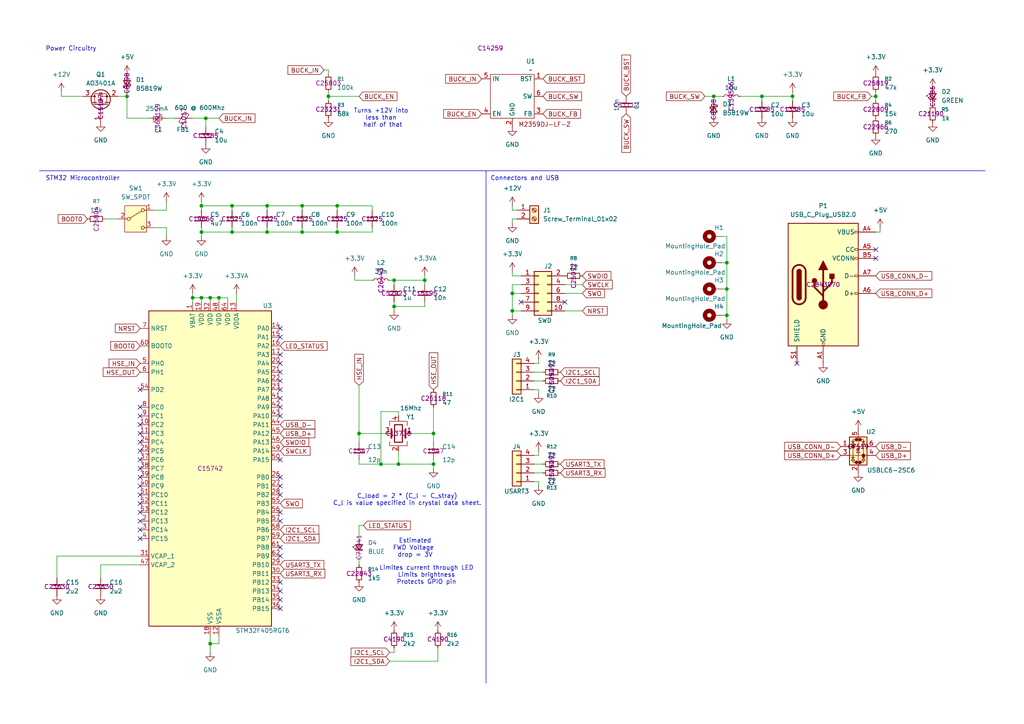
<source format=kicad_sch>
(kicad_sch (version 20250114) (generator "eeschema") (generator_version "9.0")
  (paper "A4")
  (title_block (title "STM32F4 Test Board") (date "2025-04-26") (rev "1.0") (company "KuRo") (comment 1 "Phil's Lab #11"))
  (text "Estimated\nFWD Voltage \ndrop = 3V" (at 120.396 159.004 0) (effects (font (size 1.27 1.27))))
  (text "STM32 Microcontroller" (at 13.208 51.816 0) (effects (font (size 1.27 1.27)) (justify left)))
  (text "Connectors and USB\n" (at 142.24 51.816 0) (effects (font (size 1.27 1.27)) (justify left)))
  (text "Turns +12V into \nless than \nhalf of that" (at 110.998 34.29 0) (effects (font (size 1.27 1.27))))
  (text "Power Circuitry" (at 13.208 14.224 0) (effects (font (size 1.27 1.27)) (justify left)))
  (text "C_load = 2 * (C_l - C_stray)\nC_l is value specified in crystal data sheet." (at 118.11 145.034 0) (effects (font (size 1.27 1.27))))
  (text "Limites current through LED\nLimits brightness\nProtects GPIO pin" (at 123.698 166.878 0) (effects (font (size 1.27 1.27))))
  (junction (at 67.31 59.69))
  (junction (at 59.69 34.29))
  (junction (at 110.49 134.62))
  (junction (at 123.19 81.28))
  (junction (at 210.82 83.82))
  (junction (at 77.47 67.31))
  (junction (at 97.79 59.69))
  (junction (at 58.42 67.31))
  (junction (at 104.14 125.73))
  (junction (at 148.59 85.09))
  (junction (at 55.88 86.36))
  (junction (at 60.96 186.69))
  (junction (at 63.5 86.36))
  (junction (at 115.57 134.62))
  (junction (at 87.63 59.69))
  (junction (at 210.82 91.44))
  (junction (at 36.83 27.94))
  (junction (at 220.98 27.94))
  (junction (at 207.01 27.94))
  (junction (at 58.42 86.36))
  (junction (at 87.63 67.31))
  (junction (at 148.59 90.17))
  (junction (at 210.82 76.2))
  (junction (at 95.25 27.94))
  (junction (at 60.96 86.36))
  (junction (at 114.3 88.9))
  (junction (at 114.3 81.28))
  (junction (at 254 27.94))
  (junction (at 58.42 59.69))
  (junction (at 97.79 67.31))
  (junction (at 125.73 134.62))
  (junction (at 67.31 67.31))
  (junction (at 229.87 27.94))
  (junction (at 77.47 59.69))
  (junction (at 125.73 125.73))
  (no_connect (at 81.28 133.35))
  (no_connect (at 81.28 151.13))
  (no_connect (at 81.28 138.43))
  (no_connect (at 81.28 97.79))
  (no_connect (at 254 74.93))
  (no_connect (at 40.64 146.05))
  (no_connect (at 40.64 151.13))
  (no_connect (at 81.28 140.97))
  (no_connect (at 231.14 105.41))
  (no_connect (at 40.64 130.81))
  (no_connect (at 40.64 156.21))
  (no_connect (at 81.28 113.03))
  (no_connect (at 81.28 110.49))
  (no_connect (at 40.64 135.89))
  (no_connect (at 81.28 115.57))
  (no_connect (at 40.64 125.73))
  (no_connect (at 81.28 173.99))
  (no_connect (at 40.64 148.59))
  (no_connect (at 81.28 148.59))
  (no_connect (at 254 72.39))
  (no_connect (at 81.28 161.29))
  (no_connect (at 40.64 140.97))
  (no_connect (at 40.64 133.35))
  (no_connect (at 81.28 118.11))
  (no_connect (at 40.64 138.43))
  (no_connect (at 40.64 143.51))
  (no_connect (at 81.28 168.91))
  (no_connect (at 81.28 95.25))
  (no_connect (at 40.64 128.27))
  (no_connect (at 81.28 105.41))
  (no_connect (at 163.83 87.63))
  (no_connect (at 81.28 158.75))
  (no_connect (at 151.13 87.63))
  (no_connect (at 81.28 176.53))
  (no_connect (at 40.64 113.03))
  (no_connect (at 40.64 123.19))
  (no_connect (at 81.28 171.45))
  (no_connect (at 40.64 118.11))
  (no_connect (at 81.28 107.95))
  (no_connect (at 81.28 120.65))
  (no_connect (at 81.28 143.51))
  (no_connect (at 81.28 102.87))
  (no_connect (at 40.64 120.65))
  (no_connect (at 40.64 153.67))
  (wire (pts (xy 154.94 137.16) (xy 157.48 137.16)))
  (wire (pts (xy 229.87 29.21) (xy 229.87 27.94)))
  (wire (pts (xy 77.47 59.69) (xy 87.63 59.69)))
  (wire (pts (xy 60.96 184.15) (xy 60.96 186.69)))
  (wire (pts (xy 44.45 60.96) (xy 48.26 60.96)))
  (wire (pts (xy 114.3 88.9) (xy 114.3 87.63)))
  (wire (pts (xy 58.42 59.69) (xy 58.42 60.96)))
  (wire (pts (xy 17.78 27.94) (xy 24.13 27.94)))
  (wire (pts (xy 254 67.31) (xy 255.27 67.31)))
  (wire (pts (xy 127 187.96) (xy 127 191.77)))
  (wire (pts (xy 95.25 20.32) (xy 95.25 21.59)))
  (wire (pts (xy 67.31 59.69) (xy 77.47 59.69)))
  (wire (pts (xy 151.13 82.55) (xy 148.59 82.55)))
  (wire (pts (xy 93.98 20.32) (xy 95.25 20.32)))
  (wire (pts (xy 58.42 66.04) (xy 58.42 67.31)))
  (wire (pts (xy 63.5 86.36) (xy 63.5 87.63)))
  (wire (pts (xy 207.01 27.94) (xy 209.55 27.94)))
  (wire (pts (xy 107.95 67.31) (xy 107.95 66.04)))
  (wire (pts (xy 210.82 83.82) (xy 210.82 76.2)))
  (wire (pts (xy 114.3 189.23) (xy 113.03 189.23)))
  (wire (pts (xy 36.83 27.94) (xy 36.83 26.67)))
  (wire (pts (xy 156.21 105.41) (xy 156.21 104.14)))
  (wire (pts (xy 154.94 132.08) (xy 156.21 132.08)))
  (wire (pts (xy 148.59 90.17) (xy 151.13 90.17)))
  (wire (pts (xy 154.94 134.62) (xy 157.48 134.62)))
  (wire (pts (xy 113.03 81.28) (xy 114.3 81.28)))
  (wire (pts (xy 30.48 63.5) (xy 34.29 63.5)))
  (wire (pts (xy 115.57 134.62) (xy 125.73 134.62)))
  (wire (pts (xy 50.8 34.29) (xy 48.26 34.29)))
  (wire (pts (xy 87.63 67.31) (xy 97.79 67.31)))
  (wire (pts (xy 210.82 91.44) (xy 210.82 83.82)))
  (wire (pts (xy 149.86 63.5) (xy 148.59 63.5)))
  (wire (pts (xy 55.88 85.09) (xy 55.88 86.36)))
  (wire (pts (xy 44.45 66.04) (xy 48.26 66.04)))
  (wire (pts (xy 214.63 27.94) (xy 220.98 27.94)))
  (wire (pts (xy 104.14 111.76) (xy 104.14 125.73)))
  (wire (pts (xy 220.98 27.94) (xy 220.98 29.21)))
  (wire (pts (xy 148.59 82.55) (xy 148.59 85.09)))
  (wire (pts (xy 48.26 60.96) (xy 48.26 58.42)))
  (wire (pts (xy 67.31 59.69) (xy 67.31 60.96)))
  (wire (pts (xy 204.47 27.94) (xy 207.01 27.94)))
  (wire (pts (xy 254 26.67) (xy 254 27.94)))
  (wire (pts (xy 229.87 27.94) (xy 220.98 27.94)))
  (wire (pts (xy 67.31 66.04) (xy 67.31 67.31)))
  (wire (pts (xy 154.94 107.95) (xy 157.48 107.95)))
  (wire (pts (xy 123.19 87.63) (xy 123.19 88.9)))
  (wire (pts (xy 114.3 81.28) (xy 123.19 81.28)))
  (wire (pts (xy 87.63 59.69) (xy 97.79 59.69)))
  (wire (pts (xy 163.83 82.55) (xy 168.91 82.55)))
  (wire (pts (xy 125.73 125.73) (xy 125.73 128.27)))
  (wire (pts (xy 102.87 81.28) (xy 107.95 81.28)))
  (wire (pts (xy 114.3 187.96) (xy 114.3 189.23)))
  (wire (pts (xy 58.42 67.31) (xy 67.31 67.31)))
  (wire (pts (xy 67.31 67.31) (xy 77.47 67.31)))
  (wire (pts (xy 123.19 88.9) (xy 114.3 88.9)))
  (wire (pts (xy 115.57 119.38) (xy 110.49 119.38)))
  (wire (pts (xy 59.69 34.29) (xy 63.5 34.29)))
  (wire (pts (xy 209.55 83.82) (xy 210.82 83.82)))
  (wire (pts (xy 60.96 86.36) (xy 63.5 86.36)))
  (wire (pts (xy 48.26 66.04) (xy 48.26 68.58)))
  (wire (pts (xy 125.73 133.35) (xy 125.73 134.62)))
  (wire (pts (xy 156.21 139.7) (xy 156.21 140.97)))
  (wire (pts (xy 55.88 86.36) (xy 55.88 87.63)))
  (polyline (pts (xy 140.97 49.53) (xy 140.97 198.12)))
  (wire (pts (xy 110.49 119.38) (xy 110.49 134.62)))
  (wire (pts (xy 40.64 161.29) (xy 16.51 161.29)))
  (wire (pts (xy 77.47 66.04) (xy 77.47 67.31)))
  (wire (pts (xy 123.19 80.01) (xy 123.19 81.28)))
  (wire (pts (xy 102.87 80.01) (xy 102.87 81.28)))
  (wire (pts (xy 104.14 152.4) (xy 104.14 156.21)))
  (wire (pts (xy 209.55 76.2) (xy 210.82 76.2)))
  (wire (pts (xy 207.01 27.94) (xy 207.01 29.21)))
  (wire (pts (xy 114.3 88.9) (xy 114.3 90.17)))
  (wire (pts (xy 104.14 125.73) (xy 111.76 125.73)))
  (wire (pts (xy 17.78 26.67) (xy 17.78 27.94)))
  (wire (pts (xy 209.55 91.44) (xy 210.82 91.44)))
  (wire (pts (xy 43.18 34.29) (xy 36.83 34.29)))
  (wire (pts (xy 210.82 76.2) (xy 210.82 68.58)))
  (wire (pts (xy 104.14 128.27) (xy 104.14 125.73)))
  (wire (pts (xy 110.49 134.62) (xy 115.57 134.62)))
  (wire (pts (xy 125.73 118.11) (xy 125.73 125.73)))
  (wire (pts (xy 154.94 139.7) (xy 156.21 139.7)))
  (wire (pts (xy 210.82 68.58) (xy 209.55 68.58)))
  (wire (pts (xy 148.59 90.17) (xy 148.59 91.44)))
  (wire (pts (xy 114.3 81.28) (xy 114.3 82.55)))
  (wire (pts (xy 97.79 59.69) (xy 97.79 60.96)))
  (wire (pts (xy 63.5 86.36) (xy 66.04 86.36)))
  (wire (pts (xy 163.83 90.17) (xy 168.91 90.17)))
  (wire (pts (xy 104.14 161.29) (xy 104.14 163.83)))
  (wire (pts (xy 229.87 26.67) (xy 229.87 27.94)))
  (wire (pts (xy 255.27 67.31) (xy 255.27 66.04)))
  (wire (pts (xy 148.59 80.01) (xy 151.13 80.01)))
  (wire (pts (xy 148.59 78.74) (xy 148.59 80.01)))
  (wire (pts (xy 63.5 186.69) (xy 63.5 184.15)))
  (wire (pts (xy 66.04 86.36) (xy 66.04 87.63)))
  (wire (pts (xy 95.25 27.94) (xy 95.25 29.21)))
  (wire (pts (xy 210.82 92.71) (xy 210.82 91.44)))
  (wire (pts (xy 97.79 66.04) (xy 97.79 67.31)))
  (wire (pts (xy 154.94 105.41) (xy 156.21 105.41)))
  (wire (pts (xy 60.96 186.69) (xy 63.5 186.69)))
  (polyline (pts (xy 140.97 49.53) (xy 285.75 49.53)))
  (wire (pts (xy 154.94 110.49) (xy 157.48 110.49)))
  (wire (pts (xy 148.59 85.09) (xy 151.13 85.09)))
  (wire (pts (xy 107.95 59.69) (xy 107.95 60.96)))
  (wire (pts (xy 36.83 34.29) (xy 36.83 27.94)))
  (wire (pts (xy 105.41 152.4) (xy 104.14 152.4)))
  (wire (pts (xy 163.83 85.09) (xy 168.91 85.09)))
  (wire (pts (xy 59.69 34.29) (xy 59.69 36.83)))
  (wire (pts (xy 77.47 67.31) (xy 87.63 67.31)))
  (wire (pts (xy 87.63 66.04) (xy 87.63 67.31)))
  (wire (pts (xy 95.25 26.67) (xy 95.25 27.94)))
  (wire (pts (xy 156.21 132.08) (xy 156.21 130.81)))
  (wire (pts (xy 119.38 125.73) (xy 125.73 125.73)))
  (wire (pts (xy 115.57 130.81) (xy 115.57 134.62)))
  (wire (pts (xy 104.14 133.35) (xy 104.14 134.62)))
  (wire (pts (xy 97.79 59.69) (xy 107.95 59.69)))
  (wire (pts (xy 115.57 120.65) (xy 115.57 119.38)))
  (wire (pts (xy 60.96 186.69) (xy 60.96 189.23)))
  (wire (pts (xy 154.94 113.03) (xy 156.21 113.03)))
  (wire (pts (xy 87.63 59.69) (xy 87.63 60.96)))
  (wire (pts (xy 104.14 134.62) (xy 110.49 134.62)))
  (wire (pts (xy 68.58 85.09) (xy 68.58 87.63)))
  (wire (pts (xy 58.42 86.36) (xy 58.42 87.63)))
  (wire (pts (xy 40.64 163.83) (xy 29.21 163.83)))
  (wire (pts (xy 58.42 58.42) (xy 58.42 59.69)))
  (wire (pts (xy 58.42 59.69) (xy 67.31 59.69)))
  (wire (pts (xy 125.73 134.62) (xy 125.73 135.89)))
  (wire (pts (xy 252.73 27.94) (xy 254 27.94)))
  (wire (pts (xy 55.88 86.36) (xy 58.42 86.36)))
  (wire (pts (xy 156.21 113.03) (xy 156.21 114.3)))
  (wire (pts (xy 34.29 27.94) (xy 36.83 27.94)))
  (wire (pts (xy 58.42 86.36) (xy 60.96 86.36)))
  (wire (pts (xy 254 27.94) (xy 254 29.21)))
  (wire (pts (xy 58.42 67.31) (xy 58.42 68.58)))
  (wire (pts (xy 16.51 161.29) (xy 16.51 167.64)))
  (wire (pts (xy 95.25 27.94) (xy 104.14 27.94)))
  (wire (pts (xy 123.19 81.28) (xy 123.19 82.55)))
  (wire (pts (xy 148.59 85.09) (xy 148.59 90.17)))
  (wire (pts (xy 29.21 163.83) (xy 29.21 167.64)))
  (wire (pts (xy 149.86 60.96) (xy 148.59 60.96)))
  (wire (pts (xy 77.47 59.69) (xy 77.47 60.96)))
  (polyline (pts (xy 11.43 49.53) (xy 140.97 49.53)))
  (wire (pts (xy 55.88 34.29) (xy 59.69 34.29)))
  (wire (pts (xy 148.59 63.5) (xy 148.59 64.77)))
  (wire (pts (xy 148.59 60.96) (xy 148.59 59.69)))
  (wire (pts (xy 127 191.77) (xy 113.03 191.77)))
  (wire (pts (xy 97.79 67.31) (xy 107.95 67.31)))
  (wire (pts (xy 60.96 86.36) (xy 60.96 87.63)))
  (global_label "USB_CONN_D+" (shape input) (at 243.84 132.08 180) (property "Intersheetrefs" "${INTERSHEET_REFS}" (effects (hide yes))))
  (global_label "I2C1_SDA" (shape input) (at 162.56 110.49 0) (property "Intersheetrefs" "${INTERSHEET_REFS}" (effects (hide yes))))
  (global_label "BUCK_SW" (shape input) (at 204.47 27.94 180) (property "Intersheetrefs" "${INTERSHEET_REFS}" (effects (hide yes))))
  (global_label "USB_CONN_D+" (shape input) (at 254 85.09 0) (property "Intersheetrefs" "${INTERSHEET_REFS}" (effects (hide yes))))
  (global_label "HSE_IN" (shape input) (at 104.14 111.76 90) (property "Intersheetrefs" "${INTERSHEET_REFS}" (effects (hide yes))))
  (global_label "I2C1_SDA" (shape input) (at 81.28 156.21 0) (property "Intersheetrefs" "${INTERSHEET_REFS}" (effects (hide yes))))
  (global_label "USB_D-" (shape input) (at 254 129.54 0) (property "Intersheetrefs" "${INTERSHEET_REFS}" (effects (hide yes))))
  (global_label "I2C1_SCL" (shape input) (at 162.56 107.95 0) (property "Intersheetrefs" "${INTERSHEET_REFS}" (effects (hide yes))))
  (global_label "NRST" (shape input) (at 40.64 95.25 180) (property "Intersheetrefs" "${INTERSHEET_REFS}" (effects (hide yes))))
  (global_label "USART3_RX" (shape input) (at 162.56 137.16 0) (property "Intersheetrefs" "${INTERSHEET_REFS}" (effects (hide yes))))
  (global_label "USART3_TX" (shape input) (at 162.56 134.62 0) (property "Intersheetrefs" "${INTERSHEET_REFS}" (effects (hide yes))))
  (global_label "USB_D+" (shape input) (at 81.28 125.73 0) (property "Intersheetrefs" "${INTERSHEET_REFS}" (effects (hide yes))))
  (global_label "I2C1_SDA" (shape input) (at 113.03 191.77 180) (property "Intersheetrefs" "${INTERSHEET_REFS}" (effects (hide yes))))
  (global_label "SWDIO" (shape input) (at 81.28 128.27 0) (property "Intersheetrefs" "${INTERSHEET_REFS}" (effects (hide yes))))
  (global_label "USB_D-" (shape input) (at 81.28 123.19 0) (property "Intersheetrefs" "${INTERSHEET_REFS}" (effects (hide yes))))
  (global_label "BUCK_FB" (shape input) (at 252.73 27.94 180) (property "Intersheetrefs" "${INTERSHEET_REFS}" (effects (hide yes))))
  (global_label "SWO" (shape input) (at 81.28 146.05 0) (property "Intersheetrefs" "${INTERSHEET_REFS}" (effects (hide yes))))
  (global_label "I2C1_SCL" (shape input) (at 113.03 189.23 180) (property "Intersheetrefs" "${INTERSHEET_REFS}" (effects (hide yes))))
  (global_label "BUCK_IN" (shape input) (at 139.7 22.86 180) (property "Intersheetrefs" "${INTERSHEET_REFS}" (effects (hide yes))))
  (global_label "USB_CONN_D-" (shape input) (at 254 80.01 0) (property "Intersheetrefs" "${INTERSHEET_REFS}" (effects (hide yes))))
  (global_label "USART3_RX" (shape input) (at 81.28 166.37 0) (property "Intersheetrefs" "${INTERSHEET_REFS}" (effects (hide yes))))
  (global_label "HSE_OUT" (shape input) (at 40.64 107.95 180) (property "Intersheetrefs" "${INTERSHEET_REFS}" (effects (hide yes))))
  (global_label "BUCK_IN" (shape input) (at 63.5 34.29 0) (property "Intersheetrefs" "${INTERSHEET_REFS}" (effects (hide yes))))
  (global_label "BUCK_EN" (shape input) (at 104.14 27.94 0) (property "Intersheetrefs" "${INTERSHEET_REFS}" (effects (hide yes))))
  (global_label "BUCK_SW" (shape input) (at 157.48 27.94 0) (property "Intersheetrefs" "${INTERSHEET_REFS}" (effects (hide yes))))
  (global_label "USART3_TX" (shape input) (at 81.28 163.83 0) (property "Intersheetrefs" "${INTERSHEET_REFS}" (effects (hide yes))))
  (global_label "BUCK_IN" (shape input) (at 93.98 20.32 180) (property "Intersheetrefs" "${INTERSHEET_REFS}" (effects (hide yes))))
  (global_label "LED_STATUS" (shape input) (at 81.28 100.33 0) (property "Intersheetrefs" "${INTERSHEET_REFS}" (effects (hide yes))))
  (global_label "USB_CONN_D-" (shape input) (at 243.84 129.54 180) (property "Intersheetrefs" "${INTERSHEET_REFS}" (effects (hide yes))))
  (global_label "BUCK_BST" (shape input) (at 181.61 27.94 90) (property "Intersheetrefs" "${INTERSHEET_REFS}" (effects (hide yes))))
  (global_label "BUCK_BST" (shape input) (at 157.48 22.86 0) (property "Intersheetrefs" "${INTERSHEET_REFS}" (effects (hide yes))))
  (global_label "SWCLK" (shape input) (at 168.91 82.55 0) (property "Intersheetrefs" "${INTERSHEET_REFS}" (effects (hide yes))))
  (global_label "BUCK_EN" (shape input) (at 139.7 33.02 180) (property "Intersheetrefs" "${INTERSHEET_REFS}" (effects (hide yes))))
  (global_label "BOOT0" (shape input) (at 25.4 63.5 180) (property "Intersheetrefs" "${INTERSHEET_REFS}" (effects (hide yes))))
  (global_label "BUCK_SW" (shape input) (at 181.61 33.02 270) (property "Intersheetrefs" "${INTERSHEET_REFS}" (effects (hide yes))))
  (global_label "BUCK_FB" (shape input) (at 157.48 33.02 0) (property "Intersheetrefs" "${INTERSHEET_REFS}" (effects (hide yes))))
  (global_label "SWO" (shape input) (at 168.91 85.09 0) (property "Intersheetrefs" "${INTERSHEET_REFS}" (effects (hide yes))))
  (global_label "LED_STATUS" (shape input) (at 105.41 152.4 0) (property "Intersheetrefs" "${INTERSHEET_REFS}" (effects (hide yes))))
  (global_label "BOOT0" (shape input) (at 40.64 100.33 180) (property "Intersheetrefs" "${INTERSHEET_REFS}" (effects (hide yes))))
  (global_label "I2C1_SCL" (shape input) (at 81.28 153.67 0) (property "Intersheetrefs" "${INTERSHEET_REFS}" (effects (hide yes))))
  (global_label "NRST" (shape input) (at 168.91 90.17 0) (property "Intersheetrefs" "${INTERSHEET_REFS}" (effects (hide yes))))
  (global_label "HSE_IN" (shape input) (at 40.64 105.41 180) (property "Intersheetrefs" "${INTERSHEET_REFS}" (effects (hide yes))))
  (global_label "SWDIO" (shape input) (at 168.91 80.01 0) (property "Intersheetrefs" "${INTERSHEET_REFS}" (effects (hide yes))))
  (global_label "SWCLK" (shape input) (at 81.28 130.81 0) (property "Intersheetrefs" "${INTERSHEET_REFS}" (effects (hide yes))))
  (global_label "HSE_OUT" (shape input) (at 125.73 113.03 90) (property "Intersheetrefs" "${INTERSHEET_REFS}" (effects (hide yes))))
  (global_label "USB_D+" (shape input) (at 254 132.08 0) (property "Intersheetrefs" "${INTERSHEET_REFS}" (effects (hide yes))))
  (symbol (lib_id "power:GND") (at 156.21 140.97 0) (unit 1)
    (property "Reference" "#PWR037" (effects (hide yes)))
    (property "Value" "GND" (at 156.21 146.05 0))
    (property "Description" "Power symbol creates a global label with name \"GND\" , ground" (effects (hide yes)))
  )
  (symbol (lib_id "MCU_ST_STM32F4:STM32F405RGTx") (at 60.96 135.89 0) (unit 1)
    (property "Reference" "U3" (at 76.2 88.646 0) (effects (justify left)))
    (property "Value" "STM32F405RGT6" (at 68.326 182.88 0) (effects (justify left)))
    (property "Footprint" "Package_QFP:LQFP-64_10x10mm_P0.5mm" (effects (hide yes)))
    (property "Datasheet" "https://www.st.com/resource/en/datasheet/stm32f405rg.pdf" (effects (hide yes)))
    (property "Description" "STMicroelectronics Arm Cortex-M4 MCU, 1024KB flash, 192KB RAM, 168 MHz, 1.8-3.6V, 51 GPIO, LQFP64" (effects (hide yes)))
    (property "LCSC Part" "C15742" (at 60.96 135.89 0))
  )
  (symbol (lib_id "power:+5V") (at 248.92 124.46 0) (unit 1)
    (property "Reference" "#PWR033" (effects (hide yes)))
    (property "Value" "+5V" (at 248.92 119.38 0))
    (property "Description" "Power symbol creates a global label with name \"+5V\"" (effects (hide yes)))
  )
  (symbol (lib_id "Device:R_Small") (at 160.02 107.95 90) (unit 1)
    (property "Reference" "R9" (at 160.02 102.87 90) (effects (font (size 1.016 1.016))))
    (property "Value" "22" (at 160.02 105.41 90))
    (property "Footprint" "Resistor_SMD:R_0402_1005Metric" (effects (hide yes)))
    (property "Description" "Resistor, small symbol" (effects (hide yes)))
    (property "LCSC Part" "C25092" (at 160.02 107.95 0))
  )
  (symbol (lib_id "power:+3.3VA") (at 123.19 80.01 0) (unit 1)
    (property "Reference" "#PWR024" (effects (hide yes)))
    (property "Value" "+3.3VA" (at 123.19 74.93 0))
    (property "Description" "Power symbol creates a global label with name \"+3.3VA\"" (effects (hide yes)))
  )
  (symbol (lib_id "Device:LED_Small") (at 104.14 158.75 90) (unit 1)
    (property "Reference" "D4" (at 106.68 157.4164 90) (effects (justify right)))
    (property "Value" "BLUE" (at 106.68 159.9564 90) (effects (justify right)))
    (property "Footprint" "LED_SMD:LED_0603_1608Metric" (effects (hide yes)))
    (property "Description" "Light emitting diode, small symbol" (effects (hide yes)))
    (property "Sim.Pin" "1=K 2=A" (effects (hide yes)))
    (property "LCSC Part" "C72041" (at 104.14 158.75 0))
  )
  (symbol (lib_id "Connector:Screw_Terminal_01x02") (at 154.94 60.96 0) (unit 1)
    (property "Reference" "J1" (at 157.48 60.9599 0) (effects (justify left)))
    (property "Value" "Screw_Terminal_01x02" (at 157.48 63.4999 0) (effects (justify left)))
    (property "Footprint" "TerminalBlock_Phoenix:TerminalBlock_Phoenix_PT-1,5-2-3.5-H_1x02_P3.50mm_Horizontal" (effects (hide yes)))
    (property "Description" "Generic screw terminal, single row, 01x02, script generated (kicad-library-utils/schlib/autogen/connector/)" (effects (hide yes)))
  )
  (symbol (lib_id "Mechanical:MountingHole_Pad") (at 207.01 83.82 90) (unit 1) (in_bom no)
    (property "Reference" "H3" (at 208.534 81.28 90))
    (property "Value" "MountingHole_Pad" (at 201.676 86.614 90))
    (property "Footprint" "MountingHole:MountingHole_4.3mm_M4_Pad_Via" (effects (hide yes)))
    (property "Description" "Mounting Hole with connection" (effects (hide yes)))
  )
  (symbol (lib_id "power:GND") (at 59.69 41.91 0) (unit 1)
    (property "Reference" "#PWR014" (effects (hide yes)))
    (property "Value" "GND" (at 59.69 46.99 0))
    (property "Description" "Power symbol creates a global label with name \"GND\" , ground" (effects (hide yes)))
  )
  (symbol (lib_id "power:GND") (at 220.98 34.29 0) (unit 1)
    (property "Reference" "#PWR08" (effects (hide yes)))
    (property "Value" "GND" (at 220.98 39.37 0))
    (property "Description" "Power symbol creates a global label with name \"GND\" , ground" (effects (hide yes)))
  )
  (symbol (lib_id "Device:C_Small") (at 114.3 85.09 0) (unit 1)
    (property "Reference" "C11" (at 116.84 83.8262 0) (effects (justify left)))
    (property "Value" "1u" (at 116.84 86.3662 0) (effects (justify left)))
    (property "Footprint" "Capacitor_SMD:C_0402_1005Metric" (effects (hide yes)))
    (property "Description" "Unpolarized capacitor, small symbol" (effects (hide yes)))
    (property "LCSC Part" "C52923" (at 114.3 85.09 0))
  )
  (symbol (lib_id "power:GND") (at 125.73 135.89 0) (unit 1)
    (property "Reference" "#PWR035" (effects (hide yes)))
    (property "Value" "GND" (at 125.73 140.97 0))
    (property "Description" "Power symbol creates a global label with name \"GND\" , ground" (effects (hide yes)))
  )
  (symbol (lib_id "power:+5V") (at 255.27 66.04 0) (unit 1)
    (property "Reference" "#PWR019" (effects (hide yes)))
    (property "Value" "+5V" (at 255.27 60.96 0))
    (property "Description" "Power symbol creates a global label with name \"+5V\"" (effects (hide yes)))
  )
  (symbol (lib_id "Connector:USB_C_Plug_USB2.0") (at 238.76 82.55 0) (unit 1)
    (property "Reference" "P1" (at 238.76 59.69 0))
    (property "Value" "USB_C_Plug_USB2.0" (at 238.76 62.23 0))
    (property "Footprint" "Connector_USB:USB_C_Receptacle_G-Switch_GT-USB-7051x" (effects (hide yes)))
    (property "Datasheet" "https://www.usb.org/sites/default/files/documents/usb_type-c.zip" (effects (hide yes)))
    (property "Description" "USB 2.0-only Type-C Plug connector" (effects (hide yes)))
    (property "LCSC Part" "C2843970" (at 238.76 82.55 0))
  )
  (symbol (lib_id "power:GND") (at 156.21 114.3 0) (unit 1)
    (property "Reference" "#PWR032" (effects (hide yes)))
    (property "Value" "GND" (at 156.21 119.38 0))
    (property "Description" "Power symbol creates a global label with name \"GND\" , ground" (effects (hide yes)))
  )
  (symbol (lib_id "power:GND") (at 58.42 68.58 0) (unit 1)
    (property "Reference" "#PWR021" (effects (hide yes)))
    (property "Value" "GND" (at 58.42 73.66 0))
    (property "Description" "Power symbol creates a global label with name \"GND\" , ground" (effects (hide yes)))
  )
  (symbol (lib_id "Device:R_Small") (at 95.25 24.13 0) (unit 1)
    (property "Reference" "R1" (at 97.79 22.8599 0) (effects (font (size 1.016 1.016)) (justify left)))
    (property "Value" "100k" (at 97.79 25.3999 0) (effects (justify left)))
    (property "Footprint" "Resistor_SMD:R_0603_1608Metric" (effects (hide yes)))
    (property "Description" "Resistor, small symbol" (effects (hide yes)))
    (property "LCSC Part" "C25803" (at 95.25 24.13 0))
  )
  (symbol (lib_id "power:GND") (at 229.87 34.29 0) (unit 1)
    (property "Reference" "#PWR09" (effects (hide yes)))
    (property "Value" "GND" (at 229.87 39.37 0))
    (property "Description" "Power symbol creates a global label with name \"GND\" , ground" (effects (hide yes)))
  )
  (symbol (lib_id "power:GND") (at 254 39.37 0) (unit 1)
    (property "Reference" "#PWR013" (effects (hide yes)))
    (property "Value" "GND" (at 254 44.45 0))
    (property "Description" "Power symbol creates a global label with name \"GND\" , ground" (effects (hide yes)))
  )
  (symbol (lib_id "Device:R_Small") (at 254 31.75 0) (unit 1)
    (property "Reference" "R4" (at 256.54 30.4799 0) (effects (font (size 1.016 1.016)) (justify left)))
    (property "Value" "15k" (at 256.54 33.0199 0) (effects (justify left)))
    (property "Footprint" "Resistor_SMD:R_0603_1608Metric" (effects (hide yes)))
    (property "Description" "Resistor, small symbol" (effects (hide yes)))
    (property "LCSC Part" "C22809" (at 254 31.75 0))
  )
  (symbol (lib_id "Device:R_Small") (at 254 24.13 0) (unit 1)
    (property "Reference" "R2" (at 256.54 22.8599 0) (effects (font (size 1.016 1.016)) (justify left)))
    (property "Value" "47k" (at 256.54 25.3999 0) (effects (justify left)))
    (property "Footprint" "Resistor_SMD:R_0603_1608Metric" (effects (hide yes)))
    (property "Description" "Resistor, small symbol" (effects (hide yes)))
    (property "LCSC Part" "C25819" (at 254 24.13 0))
  )
  (symbol (lib_id "power:+3.3V") (at 102.87 80.01 0) (unit 1)
    (property "Reference" "#PWR023" (effects (hide yes)))
    (property "Value" "+3.3V" (at 102.87 74.93 0))
    (property "Description" "Power symbol creates a global label with name \"+3.3V\"" (effects (hide yes)))
  )
  (symbol (lib_id "Device:C_Small") (at 16.51 170.18 0) (unit 1)
    (property "Reference" "C15" (at 19.05 168.9162 0) (effects (justify left)))
    (property "Value" "2u2" (at 19.05 171.4562 0) (effects (justify left)))
    (property "Footprint" "Capacitor_SMD:C_0603_1608Metric" (effects (hide yes)))
    (property "Description" "Unpolarized capacitor, small symbol" (effects (hide yes)))
    (property "LCSC Part" "C23630" (at 16.51 170.18 0))
  )
  (symbol (lib_id "power:+3.3V") (at 229.87 26.67 0) (unit 1)
    (property "Reference" "#PWR05" (effects (hide yes)))
    (property "Value" "+3.3V" (at 229.87 21.59 0))
    (property "Description" "Power symbol creates a global label with name \"+3.3V\"" (effects (hide yes)))
  )
  (symbol (lib_id "power:GND") (at 16.51 172.72 0) (unit 1)
    (property "Reference" "#PWR039" (effects (hide yes)))
    (property "Value" "GND" (at 16.51 177.8 0))
    (property "Description" "Power symbol creates a global label with name \"GND\" , ground" (effects (hide yes)))
  )
  (symbol (lib_id "Mechanical:MountingHole_Pad") (at 207.01 91.44 90) (unit 1) (in_bom no)
    (property "Reference" "H4" (at 208.534 88.9 90))
    (property "Value" "MountingHole_Pad" (at 200.66 94.488 90))
    (property "Footprint" "MountingHole:MountingHole_4.3mm_M4_Pad_Via" (effects (hide yes)))
    (property "Description" "Mounting Hole with connection" (effects (hide yes)))
  )
  (symbol (lib_id "power:+3.3V") (at 156.21 104.14 0) (unit 1)
    (property "Reference" "#PWR030" (effects (hide yes)))
    (property "Value" "+3.3V" (at 156.21 99.06 0))
    (property "Description" "Power symbol creates a global label with name \"+3.3V\"" (effects (hide yes)))
  )
  (symbol (lib_id "power:GND") (at 148.59 36.83 0) (unit 1)
    (property "Reference" "#PWR012" (effects (hide yes)))
    (property "Value" "GND" (at 148.59 41.91 0))
    (property "Description" "Power symbol creates a global label with name \"GND\" , ground" (effects (hide yes)))
  )
  (symbol (lib_id "Device:C_Small") (at 104.14 130.81 0) (unit 1)
    (property "Reference" "C13" (at 106.68 129.5462 0) (effects (justify left)))
    (property "Value" "12p" (at 106.68 133.3562 0) (effects (justify left)))
    (property "Footprint" "Capacitor_SMD:C_0402_1005Metric" (effects (hide yes)))
    (property "Description" "Unpolarized capacitor, small symbol" (effects (hide yes)))
    (property "LCSC Part" "C1547" (at 104.14 130.81 0))
  )
  (symbol (lib_id "Transistor_FET:AO3401A") (at 29.21 30.48 90) (unit 1)
    (property "Reference" "Q1" (at 29.21 21.59 90))
    (property "Value" "AO3401A" (at 29.21 24.13 90))
    (property "Footprint" "Package_TO_SOT_SMD:SOT-23" (effects (hide yes)))
    (property "Datasheet" "http://www.aosmd.com/pdfs/datasheet/AO3401A.pdf" (effects (hide yes)))
    (property "Description" "-4.0A Id, -30V Vds, P-Channel MOSFET, SOT-23" (effects (hide yes)))
    (property "LCSC Part" "C15127 " (at 29.21 30.48 0))
  )
  (symbol (lib_id "Device:C_Small") (at 87.63 63.5 0) (unit 1)
    (property "Reference" "C8" (at 90.17 62.2362 0) (effects (justify left)))
    (property "Value" "100n" (at 90.17 64.7762 0) (effects (justify left)))
    (property "Footprint" "Capacitor_SMD:C_0402_1005Metric" (effects (hide yes)))
    (property "Description" "Unpolarized capacitor, small symbol" (effects (hide yes)))
    (property "LCSC Part" "C1525" (at 87.63 63.5 0))
  )
  (symbol (lib_id "Device:C_Small") (at 67.31 63.5 0) (unit 1)
    (property "Reference" "C6" (at 69.85 62.2362 0) (effects (justify left)))
    (property "Value" "100n" (at 69.85 64.7762 0) (effects (justify left)))
    (property "Footprint" "Capacitor_SMD:C_0402_1005Metric" (effects (hide yes)))
    (property "Description" "Unpolarized capacitor, small symbol" (effects (hide yes)))
    (property "LCSC Part" "C1525" (at 67.31 63.5 0))
  )
  (symbol (lib_id "Device:D_Schottky_Small") (at 207.01 31.75 270) (unit 1)
    (property "Reference" "D3" (at 209.55 30.2259 90) (effects (justify left)))
    (property "Value" "B5819W" (at 209.55 32.7659 90) (effects (justify left)))
    (property "Footprint" "Diode_SMD:D_SOD-123" (effects (hide yes)))
    (property "Description" "Schottky diode, small symbol" (effects (hide yes)))
    (property "LCSC Part" "C8598" (at 207.01 31.75 0))
  )
  (symbol (lib_id "power:GND") (at 60.96 189.23 0) (unit 1)
    (property "Reference" "#PWR043" (effects (hide yes)))
    (property "Value" "GND" (at 60.96 194.31 0))
    (property "Description" "Power symbol creates a global label with name \"GND\" , ground" (effects (hide yes)))
  )
  (symbol (lib_id "power:+3.3V") (at 148.59 78.74 0) (unit 1)
    (property "Reference" "#PWR022" (effects (hide yes)))
    (property "Value" "+3.3V" (at 148.59 73.66 0))
    (property "Description" "Power symbol creates a global label with name \"+3.3V\"" (effects (hide yes)))
  )
  (symbol (lib_id "Device:C_Small") (at 58.42 63.5 0) (unit 1)
    (property "Reference" "C5" (at 60.96 62.2362 0) (effects (justify left)))
    (property "Value" "4u7" (at 60.96 64.7762 0) (effects (justify left)))
    (property "Footprint" "Capacitor_SMD:C_0603_1608Metric" (effects (hide yes)))
    (property "Description" "Unpolarized capacitor, small symbol" (effects (hide yes)))
    (property "LCSC Part" "C19666" (at 58.42 63.5 0))
  )
  (symbol (lib_id "Device:C_Small") (at 29.21 170.18 0) (unit 1)
    (property "Reference" "C16" (at 31.75 168.9162 0) (effects (justify left)))
    (property "Value" "2u2" (at 31.75 171.4562 0) (effects (justify left)))
    (property "Footprint" "Capacitor_SMD:C_0603_1608Metric" (effects (hide yes)))
    (property "Description" "Unpolarized capacitor, small symbol" (effects (hide yes)))
    (property "LCSC Part" "C23630" (at 29.21 170.18 0))
  )
  (symbol (lib_id "power:GND") (at 270.51 35.56 0) (unit 1)
    (property "Reference" "#PWR011" (effects (hide yes)))
    (property "Value" "GND" (at 270.51 40.64 0))
    (property "Description" "Power symbol creates a global label with name \"GND\" , ground" (effects (hide yes)))
  )
  (symbol (lib_id "power:GND") (at 207.01 34.29 0) (unit 1)
    (property "Reference" "#PWR07" (effects (hide yes)))
    (property "Value" "GND" (at 207.01 39.37 0))
    (property "Description" "Power symbol creates a global label with name \"GND\" , ground" (effects (hide yes)))
  )
  (symbol (lib_id "Connector_Generic:Conn_01x04") (at 149.86 110.49 180) (unit 1)
    (property "Reference" "J3" (at 149.86 102.87 0))
    (property "Value" "I2C1" (at 149.86 115.824 0))
    (property "Footprint" "Connector_PinHeader_1.27mm:PinHeader_1x04_P1.27mm_Vertical_SMD_Pin1Right" (effects (hide yes)))
    (property "Description" "Generic connector, single row, 01x04, script generated (kicad-library-utils/schlib/autogen/connector/)" (effects (hide yes)))
  )
  (symbol (lib_id "Device:R_Small") (at 27.94 63.5 90) (unit 1)
    (property "Reference" "R7" (at 27.94 58.42 90) (effects (font (size 1.016 1.016))))
    (property "Value" "10k" (at 27.94 60.96 90))
    (property "Footprint" "Resistor_SMD:R_0402_1005Metric" (effects (hide yes)))
    (property "Description" "Resistor, small symbol" (effects (hide yes)))
    (property "LCSC Part" "C25804" (at 27.94 63.5 0))
  )
  (symbol (lib_id "Device:FerriteBead_Small") (at 53.34 34.29 90) (unit 1)
    (property "Reference" "FB1" (at 53.086 37.592 90))
    (property "Value" "600 @ 600Mhz" (at 57.912 31.242 90))
    (property "Footprint" "Inductor_SMD:L_0805_2012Metric" (effects (hide yes)))
    (property "Description" "Ferrite bead, small symbol" (effects (hide yes)))
    (property "LCSC Part" "C1017" (at 53.34 34.29 0))
  )
  (symbol (lib_id "Device:R_Small") (at 127 185.42 0) (unit 1)
    (property "Reference" "R16" (at 129.54 184.1499 0) (effects (font (size 1.016 1.016)) (justify left)))
    (property "Value" "2k2" (at 129.54 186.6899 0) (effects (justify left)))
    (property "Footprint" "Resistor_SMD:R_0603_1608Metric" (effects (hide yes)))
    (property "Description" "Resistor, small symbol" (effects (hide yes)))
    (property "LCSC Part" "C4190" (at 127 185.42 0))
  )
  (symbol (lib_id "power:+3.3V") (at 270.51 25.4 0) (unit 1)
    (property "Reference" "#PWR03" (effects (hide yes)))
    (property "Value" "+3.3V" (at 270.51 20.32 0))
    (property "Description" "Power symbol creates a global label with name \"+3.3V\"" (effects (hide yes)))
  )
  (symbol (lib_id "Device:R_Small") (at 160.02 137.16 90) (unit 1)
    (property "Reference" "R13" (at 160.02 141.478 90) (effects (font (size 1.016 1.016))))
    (property "Value" "22" (at 160.02 139.446 90))
    (property "Footprint" "Resistor_SMD:R_0402_1005Metric" (effects (hide yes)))
    (property "Description" "Resistor, small symbol" (effects (hide yes)))
    (property "LCSC Part" "C25092" (at 160.02 137.16 0))
  )
  (symbol (lib_id "Device:C_Small") (at 229.87 31.75 0) (unit 1)
    (property "Reference" "C3" (at 232.41 30.4862 0) (effects (justify left)))
    (property "Value" "10u" (at 232.41 33.0262 0) (effects (justify left)))
    (property "Footprint" "Capacitor_SMD:C_1206_3216Metric" (effects (hide yes)))
    (property "Description" "Unpolarized capacitor, small symbol" (effects (hide yes)))
    (property "LCSC Part" "C13585" (at 229.87 31.75 0))
  )
  (symbol (lib_id "power:GND") (at 148.59 91.44 0) (unit 1)
    (property "Reference" "#PWR028" (effects (hide yes)))
    (property "Value" "GND" (at 148.59 96.52 0))
    (property "Description" "Power symbol creates a global label with name \"GND\" , ground" (effects (hide yes)))
  )
  (symbol (lib_id "power:+3.3V") (at 58.42 58.42 0) (unit 1)
    (property "Reference" "#PWR016" (effects (hide yes)))
    (property "Value" "+3.3V" (at 58.42 53.34 0))
    (property "Description" "Power symbol creates a global label with name \"+3.3V\"" (effects (hide yes)))
  )
  (symbol (lib_id "Device:C_Small") (at 59.69 39.37 0) (unit 1)
    (property "Reference" "C4" (at 62.23 38.1062 0) (effects (justify left)))
    (property "Value" "10u" (at 62.23 40.6462 0) (effects (justify left)))
    (property "Footprint" "Capacitor_SMD:C_1206_3216Metric" (effects (hide yes)))
    (property "Description" "Unpolarized capacitor, small symbol" (effects (hide yes)))
    (property "LCSC Part" "C13585" (at 59.69 39.37 0))
  )
  (symbol (lib_id "Device:D_Schottky_Small") (at 36.83 24.13 90) (unit 1)
    (property "Reference" "D1" (at 39.37 23.1139 90) (effects (justify right)))
    (property "Value" "B5819W" (at 39.37 25.6539 90) (effects (justify right)))
    (property "Footprint" "Diode_SMD:D_SOD-123" (effects (hide yes)))
    (property "Description" "Schottky diode, small symbol" (effects (hide yes)))
    (property "LCSC Part" "C8598" (at 36.83 24.13 0))
  )
  (symbol (lib_id "Device:R_Small") (at 160.02 110.49 90) (unit 1)
    (property "Reference" "R10" (at 160.02 114.808 90) (effects (font (size 1.016 1.016))))
    (property "Value" "22" (at 160.02 112.776 90))
    (property "Footprint" "Resistor_SMD:R_0402_1005Metric" (effects (hide yes)))
    (property "Description" "Resistor, small symbol" (effects (hide yes)))
    (property "LCSC Part" "C25092" (at 160.02 110.49 0))
  )
  (symbol (lib_id "power:+3.3V") (at 127 182.88 0) (unit 1)
    (property "Reference" "#PWR042" (effects (hide yes)))
    (property "Value" "+3.3V" (at 127 177.8 0))
    (property "Description" "Power symbol creates a global label with name \"+3.3V\"" (effects (hide yes)))
  )
  (symbol (lib_id "Switch:SW_SPDT") (at 39.37 63.5 0) (unit 1)
    (property "Reference" "SW1" (at 39.37 54.61 0))
    (property "Value" "SW_SPDT" (at 39.37 57.15 0))
    (property "Footprint" "Button_Switch_SMD:SW_SPDT_PCM12" (effects (hide yes)))
    (property "Description" "Switch, single pole double throw" (effects (hide yes)))
  )
  (symbol (lib_id "power:+3.3V") (at 156.21 130.81 0) (unit 1)
    (property "Reference" "#PWR034" (effects (hide yes)))
    (property "Value" "+3.3V" (at 156.21 125.73 0))
    (property "Description" "Power symbol creates a global label with name \"+3.3V\"" (effects (hide yes)))
  )
  (symbol (lib_id "Device:C_Small") (at 220.98 31.75 0) (unit 1)
    (property "Reference" "C2" (at 223.52 30.4862 0) (effects (justify left)))
    (property "Value" "10u" (at 223.52 33.0262 0) (effects (justify left)))
    (property "Footprint" "Capacitor_SMD:C_1206_3216Metric" (effects (hide yes)))
    (property "Description" "Unpolarized capacitor, small symbol" (effects (hide yes)))
    (property "LCSC Part" "C13585" (at 220.98 31.75 0))
  )
  (symbol (lib_id "power:+3.3V") (at 114.3 182.88 0) (unit 1)
    (property "Reference" "#PWR041" (effects (hide yes)))
    (property "Value" "+3.3V" (at 114.3 177.8 0))
    (property "Description" "Power symbol creates a global label with name \"+3.3V\"" (effects (hide yes)))
  )
  (symbol (lib_id "Device:C_Small") (at 97.79 63.5 0) (unit 1)
    (property "Reference" "C9" (at 100.33 62.2362 0) (effects (justify left)))
    (property "Value" "100n" (at 100.33 64.7762 0) (effects (justify left)))
    (property "Footprint" "Capacitor_SMD:C_0402_1005Metric" (effects (hide yes)))
    (property "Description" "Unpolarized capacitor, small symbol" (effects (hide yes)))
    (property "LCSC Part" "C1525" (at 97.79 63.5 0))
  )
  (symbol (lib_id "Device:R_Small") (at 166.37 80.01 90) (unit 1)
    (property "Reference" "R8" (at 166.37 74.93 90) (effects (font (size 1.016 1.016))))
    (property "Value" "22" (at 166.37 77.47 90))
    (property "Footprint" "Resistor_SMD:R_0402_1005Metric" (effects (hide yes)))
    (property "Description" "Resistor, small symbol" (effects (hide yes)))
    (property "LCSC Part" "C25092" (at 166.37 80.01 0))
  )
  (symbol (lib_id "Device:R_Small") (at 270.51 33.02 0) (unit 1)
    (property "Reference" "R5" (at 273.05 31.7499 0) (effects (font (size 1.016 1.016)) (justify left)))
    (property "Value" "1k" (at 273.05 34.2899 0) (effects (justify left)))
    (property "Footprint" "Resistor_SMD:R_0603_1608Metric" (effects (hide yes)))
    (property "Description" "Resistor, small symbol" (effects (hide yes)))
    (property "LCSC Part" "C21190 " (at 270.51 33.02 0))
  )
  (symbol (lib_id "power:GND") (at 95.25 34.29 0) (unit 1)
    (property "Reference" "#PWR06" (effects (hide yes)))
    (property "Value" "GND" (at 95.25 39.37 0))
    (property "Description" "Power symbol creates a global label with name \"GND\" , ground" (effects (hide yes)))
  )
  (symbol (lib_id "power:GND") (at 210.82 92.71 0) (unit 1)
    (property "Reference" "#PWR029" (effects (hide yes)))
    (property "Value" "GND" (at 210.82 97.79 0))
    (property "Description" "Power symbol creates a global label with name \"GND\" , ground" (effects (hide yes)))
  )
  (symbol (lib_id "Device:R_Small") (at 114.3 185.42 0) (unit 1)
    (property "Reference" "R15" (at 116.84 184.1499 0) (effects (font (size 1.016 1.016)) (justify left)))
    (property "Value" "2k2" (at 116.84 186.6899 0) (effects (justify left)))
    (property "Footprint" "Resistor_SMD:R_0603_1608Metric" (effects (hide yes)))
    (property "Description" "Resistor, small symbol" (effects (hide yes)))
    (property "LCSC Part" "C4190" (at 114.3 185.42 0))
  )
  (symbol (lib_id "Device:C_Small") (at 77.47 63.5 0) (unit 1)
    (property "Reference" "C7" (at 80.01 62.2362 0) (effects (justify left)))
    (property "Value" "100n" (at 80.01 64.7762 0) (effects (justify left)))
    (property "Footprint" "Capacitor_SMD:C_0402_1005Metric" (effects (hide yes)))
    (property "Description" "Unpolarized capacitor, small symbol" (effects (hide yes)))
    (property "LCSC Part" "C1525" (at 77.47 63.5 0))
  )
  (symbol (lib_id "Device:R_Small") (at 160.02 134.62 90) (unit 1)
    (property "Reference" "R12" (at 160.02 129.54 90) (effects (font (size 1.016 1.016))))
    (property "Value" "22" (at 160.02 132.08 90))
    (property "Footprint" "Resistor_SMD:R_0402_1005Metric" (effects (hide yes)))
    (property "Description" "Resistor, small symbol" (effects (hide yes)))
    (property "LCSC Part" "C25092" (at 160.02 134.62 0))
  )
  (symbol (lib_id "power:+5V") (at 36.83 21.59 0) (unit 1)
    (property "Reference" "#PWR01" (effects (hide yes)))
    (property "Value" "+5V" (at 36.83 16.51 0))
    (property "Description" "Power symbol creates a global label with name \"+5V\"" (effects (hide yes)))
  )
  (symbol (lib_id "power:GND") (at 48.26 68.58 0) (unit 1)
    (property "Reference" "#PWR020" (effects (hide yes)))
    (property "Value" "GND" (at 48.26 73.66 0))
    (property "Description" "Power symbol creates a global label with name \"GND\" , ground" (effects (hide yes)))
  )
  (symbol (lib_id "power:GND") (at 238.76 105.41 0) (unit 1)
    (property "Reference" "#PWR031" (effects (hide yes)))
    (property "Value" "GND" (at 238.76 110.49 0))
    (property "Description" "Power symbol creates a global label with name \"GND\" , ground" (effects (hide yes)))
  )
  (symbol (lib_id "Device:C_Small") (at 181.61 30.48 0) (unit 1)
    (property "Reference" "C1" (at 184.658 30.48 90))
    (property "Value" "10n" (at 178.816 30.48 90))
    (property "Footprint" "Capacitor_SMD:C_0603_1608Metric" (effects (hide yes)))
    (property "Description" "Unpolarized capacitor, small symbol" (effects (hide yes)))
    (property "LCSC Part" "C57112" (at 181.61 30.48 0))
  )
  (symbol (lib_id "power:GND") (at 114.3 90.17 0) (unit 1)
    (property "Reference" "#PWR027" (effects (hide yes)))
    (property "Value" "GND" (at 114.3 95.25 0))
    (property "Description" "Power symbol creates a global label with name \"GND\" , ground" (effects (hide yes)))
  )
  (symbol (lib_id "power:+3.3V") (at 254 21.59 0) (unit 1)
    (property "Reference" "#PWR02" (effects (hide yes)))
    (property "Value" "+3.3V" (at 254 16.51 0))
    (property "Description" "Power symbol creates a global label with name \"+3.3V\"" (effects (hide yes)))
  )
  (symbol (lib_id "Power_Protection:USBLC6-2SC6") (at 248.92 129.54 0) (unit 1)
    (property "Reference" "U2" (at 251.206 125.222 0) (effects (justify left)))
    (property "Value" "USBLC6-2SC6" (at 251.46 136.398 0) (effects (justify left)))
    (property "Footprint" "Package_TO_SOT_SMD:SOT-23-6" (effects (hide yes)))
    (property "Datasheet" "https://www.st.com/resource/en/datasheet/usblc6-2.pdf" (effects (hide yes)))
    (property "Description" "Very low capacitance ESD protection diode, 2 data-line, SOT-23-6" (effects (hide yes)))
    (property "LCSC Part" "C7519" (at 248.92 129.54 0))
  )
  (symbol (lib_id "Device:R_Small") (at 95.25 31.75 0) (unit 1)
    (property "Reference" "R3" (at 97.79 30.4799 0) (effects (font (size 1.016 1.016)) (justify left)))
    (property "Value" "68k" (at 97.79 33.0199 0) (effects (justify left)))
    (property "Footprint" "Resistor_SMD:R_0603_1608Metric" (effects (hide yes)))
    (property "Description" "Resistor, small symbol" (effects (hide yes)))
    (property "LCSC Part" "C23231" (at 95.25 31.75 0))
  )
  (symbol (lib_id "Mechanical:MountingHole_Pad") (at 207.01 76.2 90) (unit 1) (in_bom no)
    (property "Reference" "H2" (at 208.534 73.66 90))
    (property "Value" "MountingHole_Pad" (at 201.676 78.994 90))
    (property "Footprint" "MountingHole:MountingHole_4.3mm_M4_Pad_Via" (effects (hide yes)))
    (property "Description" "Mounting Hole with connection" (effects (hide yes)))
  )
  (symbol (lib_id "power:GND") (at 248.92 137.16 0) (unit 1)
    (property "Reference" "#PWR036" (effects (hide yes)))
    (property "Value" "GND" (at 248.92 142.24 0))
    (property "Description" "Power symbol creates a global label with name \"GND\" , ground" (effects (hide yes)))
  )
  (symbol (lib_id "power:+3.3V") (at 55.88 85.09 0) (unit 1)
    (property "Reference" "#PWR025" (effects (hide yes)))
    (property "Value" "+3.3V" (at 55.88 80.01 0))
    (property "Description" "Power symbol creates a global label with name \"+3.3V\"" (effects (hide yes)))
  )
  (symbol (lib_id "Device:C_Small") (at 107.95 63.5 0) (unit 1)
    (property "Reference" "C10" (at 110.49 62.2362 0) (effects (justify left)))
    (property "Value" "100n" (at 110.49 64.7762 0) (effects (justify left)))
    (property "Footprint" "Capacitor_SMD:C_0402_1005Metric" (effects (hide yes)))
    (property "Description" "Unpolarized capacitor, small symbol" (effects (hide yes)))
    (property "LCSC Part" "C1525" (at 107.95 63.5 0))
  )
  (symbol (lib_id "power:+12V") (at 17.78 26.67 0) (unit 1)
    (property "Reference" "#PWR04" (effects (hide yes)))
    (property "Value" "+12V" (at 17.78 21.59 0))
    (property "Description" "Power symbol creates a global label with name \"+12V\"" (effects (hide yes)))
  )
  (symbol (lib_id "Device:R_Small") (at 125.73 115.57 0) (unit 1)
    (property "Reference" "R11" (at 128.27 114.2999 0) (effects (font (size 1.016 1.016)) (justify left)))
    (property "Value" "47" (at 128.27 116.8399 0) (effects (justify left)))
    (property "Footprint" "Resistor_SMD:R_0402_1005Metric" (effects (hide yes)))
    (property "Description" "Resistor, small symbol" (effects (hide yes)))
    (property "LCSC Part" "C25118" (at 125.73 115.57 0))
  )
  (symbol (lib_id "power:+3.3VA") (at 68.58 85.09 0) (unit 1)
    (property "Reference" "#PWR026" (effects (hide yes)))
    (property "Value" "+3.3VA" (at 68.58 80.01 0))
    (property "Description" "Power symbol creates a global label with name \"+3.3VA\"" (effects (hide yes)))
  )
  (symbol (lib_id "Mechanical:MountingHole_Pad") (at 207.01 68.58 90) (unit 1) (in_bom no)
    (property "Reference" "H1" (at 208.534 66.04 90))
    (property "Value" "MountingHole_Pad" (at 201.676 71.374 90))
    (property "Footprint" "MountingHole:MountingHole_4.3mm_M4_Pad_Via" (effects (hide yes)))
    (property "Description" "Mounting Hole with connection" (effects (hide yes)))
  )
  (symbol (lib_id "power:+3.3V") (at 48.26 58.42 0) (unit 1)
    (property "Reference" "#PWR015" (effects (hide yes)))
    (property "Value" "+3.3V" (at 48.26 53.34 0))
    (property "Description" "Power symbol creates a global label with name \"+3.3V\"" (effects (hide yes)))
  )
  (symbol (lib_id "shinkuri:MP2359DJ-LF-Z") (at 142.24 13.97 0) (unit 1)
    (property "Reference" "U1" (at 153.9191 17.78 0))
    (property "Value" "~" (at 153.9191 20.32 0))
    (property "Footprint" "Package_TO_SOT_SMD:SOT-23-6" (effects (hide yes)))
    (property "LCSC Part" "C14259" (at 142.24 13.97 0))
  )
  (symbol (lib_id "Device:L_Small") (at 110.49 81.28 90) (unit 1)
    (property "Reference" "L2" (at 110.49 76.2 90))
    (property "Value" "39n" (at 110.49 78.74 90))
    (property "Footprint" "Inductor_SMD:L_0402_1005Metric" (effects (hide yes)))
    (property "Description" "Inductor, small symbol" (effects (hide yes)))
    (property "LCSC Part" "C26443" (at 110.49 81.28 0))
  )
  (symbol (lib_id "power:GND") (at 29.21 172.72 0) (unit 1)
    (property "Reference" "#PWR040" (effects (hide yes)))
    (property "Value" "GND" (at 29.21 177.8 0))
    (property "Description" "Power symbol creates a global label with name \"GND\" , ground" (effects (hide yes)))
  )
  (symbol (lib_id "Device:Crystal_GND24") (at 115.57 125.73 180) (unit 1)
    (property "Reference" "Y1" (at 119.126 120.904 0))
    (property "Value" "16Mhz" (at 119.126 118.364 0))
    (property "Footprint" "Crystal:Crystal_SMD_3225-4Pin_3.2x2.5mm" (effects (hide yes)))
    (property "Description" "Four pin crystal, GND on pins 2 and 4" (effects (hide yes)))
    (property "LCSC Part" "C13738" (at 115.57 125.73 0))
  )
  (symbol (lib_id "power:GND") (at 29.21 35.56 0) (unit 1)
    (property "Reference" "#PWR010" (effects (hide yes)))
    (property "Value" "GND" (at 29.21 40.64 0))
    (property "Description" "Power symbol creates a global label with name \"GND\" , ground" (effects (hide yes)))
  )
  (symbol (lib_id "Device:C_Small") (at 123.19 85.09 0) (unit 1)
    (property "Reference" "C12" (at 125.73 83.8262 0) (effects (justify left)))
    (property "Value" "10n" (at 125.73 86.3662 0) (effects (justify left)))
    (property "Footprint" "Capacitor_SMD:C_0402_1005Metric" (effects (hide yes)))
    (property "Description" "Unpolarized capacitor, small symbol" (effects (hide yes)))
    (property "LCSC Part" "C15195" (at 123.19 85.09 0))
  )
  (symbol (lib_id "Device:L_Small") (at 212.09 27.94 90) (unit 1)
    (property "Reference" "L1" (at 212.09 22.86 90))
    (property "Value" "10u" (at 212.09 25.4 90))
    (property "Footprint" "Inductor_SMD:L_Sunlord_MWSA0503S" (effects (hide yes)))
    (property "Description" "Inductor, small symbol" (effects (hide yes)))
    (property "LCSC Part" "C139506" (at 212.09 27.94 0))
  )
  (symbol (lib_id "Device:R_Small") (at 254 36.83 0) (unit 1)
    (property "Reference" "R6" (at 256.54 35.5599 0) (effects (font (size 1.016 1.016)) (justify left)))
    (property "Value" "270" (at 256.54 38.0999 0) (effects (justify left)))
    (property "Footprint" "Resistor_SMD:R_0603_1608Metric" (effects (hide yes)))
    (property "Description" "Resistor, small symbol" (effects (hide yes)))
    (property "LCSC Part" "C22966" (at 254 36.83 0))
  )
  (symbol (lib_id "power:GND") (at 104.14 168.91 0) (unit 1)
    (property "Reference" "#PWR038" (effects (hide yes)))
    (property "Value" "GND" (at 104.14 173.99 0))
    (property "Description" "Power symbol creates a global label with name \"GND\" , ground" (effects (hide yes)))
  )
  (symbol (lib_id "Device:Polyfuse_Small") (at 45.72 34.29 90) (unit 1)
    (property "Reference" "F1" (at 45.974 37.592 90))
    (property "Value" "250mA" (at 45.466 31.496 90))
    (property "Footprint" "Fuse:Fuse_1206_3216Metric" (effects (hide yes)))
    (property "Description" "Resettable fuse, polymeric positive temperature coefficient, small symbol" (effects (hide yes)))
    (property "LCSC Part" "C369159" (at 45.72 34.29 0))
  )
  (symbol (lib_id "Device:R_Small") (at 104.14 166.37 0) (unit 1)
    (property "Reference" "R14" (at 106.68 165.0999 0) (effects (font (size 1.016 1.016)) (justify left)))
    (property "Value" "1k5" (at 106.68 167.6399 0) (effects (justify left)))
    (property "Footprint" "Resistor_SMD:R_0603_1608Metric" (effects (hide yes)))
    (property "Description" "Resistor, small symbol" (effects (hide yes)))
    (property "LCSC Part" "C22843" (at 104.14 166.37 0))
  )
  (symbol (lib_id "Device:C_Small") (at 125.73 130.81 0) (unit 1)
    (property "Reference" "C14" (at 128.27 129.5462 0) (effects (justify left)))
    (property "Value" "12p" (at 128.27 133.3562 0) (effects (justify left)))
    (property "Footprint" "Capacitor_SMD:C_0402_1005Metric" (effects (hide yes)))
    (property "Description" "Unpolarized capacitor, small symbol" (effects (hide yes)))
    (property "LCSC Part" "C1547" (at 125.73 130.81 0))
  )
  (symbol (lib_id "Device:LED_Small") (at 270.51 27.94 90) (unit 1)
    (property "Reference" "D2" (at 273.05 26.6064 90) (effects (justify right)))
    (property "Value" "GREEN" (at 273.05 29.1464 90) (effects (justify right)))
    (property "Footprint" "LED_SMD:LED_0603_1608Metric" (effects (hide yes)))
    (property "Description" "Light emitting diode, small symbol" (effects (hide yes)))
    (property "Sim.Pin" "1=K 2=A" (effects (hide yes)))
    (property "LCSC Part" "C2286" (at 270.51 27.94 0))
  )
  (symbol (lib_id "Connector_Generic:Conn_02x05_Odd_Even") (at 156.21 85.09 0) (unit 1)
    (property "Reference" "J2" (at 159.004 77.216 0))
    (property "Value" "SWD" (at 157.988 92.964 0))
    (property "Footprint" "Connector_PinHeader_1.27mm:PinHeader_2x05_P1.27mm_Vertical_SMD" (effects (hide yes)))
    (property "Description" "Generic connector, double row, 02x05, odd/even pin numbering scheme (row 1 odd numbers, row 2 even numbers), script generated (kicad-library-utils/schlib/autogen/connector/)" (effects (hide yes)))
  )
  (symbol (lib_id "power:+12V") (at 148.59 59.69 0) (unit 1)
    (property "Reference" "#PWR017" (effects (hide yes)))
    (property "Value" "+12V" (at 148.59 54.61 0))
    (property "Description" "Power symbol creates a global label with name \"+12V\"" (effects (hide yes)))
  )
  (symbol (lib_id "power:GND") (at 148.59 64.77 0) (unit 1)
    (property "Reference" "#PWR018" (effects (hide yes)))
    (property "Value" "GND" (at 148.59 69.85 0))
    (property "Description" "Power symbol creates a global label with name \"GND\" , ground" (effects (hide yes)))
  )
  (symbol (lib_id "Connector_Generic:Conn_01x04") (at 149.86 137.16 180) (unit 1)
    (property "Reference" "J4" (at 149.86 129.54 0))
    (property "Value" "USART3" (at 149.86 142.494 0))
    (property "Footprint" "Connector_PinHeader_1.27mm:PinHeader_1x04_P1.27mm_Vertical_SMD_Pin1Right" (effects (hide yes)))
    (property "Description" "Generic connector, single row, 01x04, script generated (kicad-library-utils/schlib/autogen/connector/)" (effects (hide yes)))
  )
)
</source>
